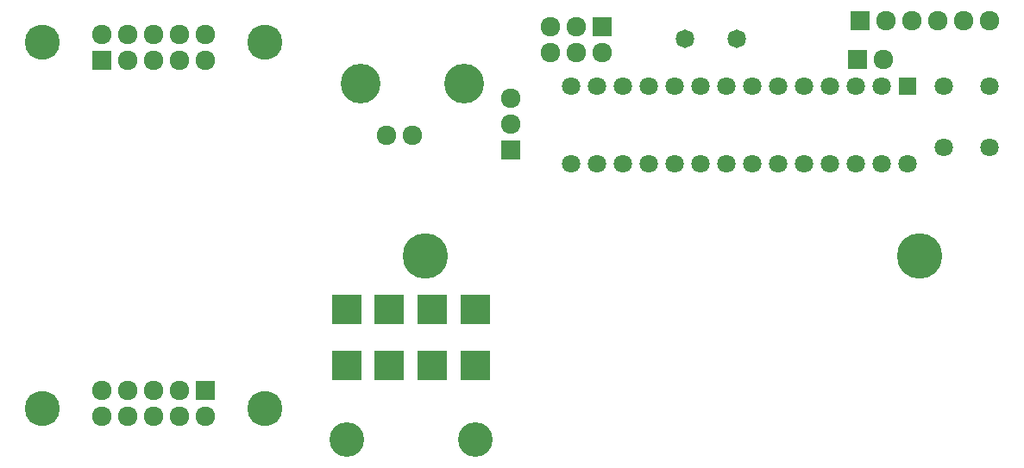
<source format=gbs>
G04 (created by PCBNEW (2013-07-07 BZR 4022)-stable) date 26/08/2013 6:07:25 PM*
%MOIN*%
G04 Gerber Fmt 3.4, Leading zero omitted, Abs format*
%FSLAX34Y34*%
G01*
G70*
G90*
G04 APERTURE LIST*
%ADD10C,0.00590551*%
%ADD11C,0.135748*%
%ADD12R,0.075748X0.075748*%
%ADD13C,0.075748*%
%ADD14C,0.175748*%
%ADD15C,0.133858*%
%ADD16R,0.115748X0.115748*%
%ADD17C,0.153548*%
%ADD18C,0.070748*%
%ADD19R,0.070748X0.070748*%
%ADD20C,0.071748*%
G04 APERTURE END LIST*
G54D10*
G54D11*
X11600Y-25950D03*
X20200Y-25950D03*
G54D12*
X17900Y-25250D03*
G54D13*
X17900Y-26250D03*
X16900Y-25250D03*
X16900Y-26250D03*
X15900Y-25250D03*
X15900Y-26250D03*
X14900Y-25250D03*
X14900Y-26250D03*
X13900Y-25250D03*
X13900Y-26250D03*
G54D14*
X45525Y-20075D03*
X26400Y-20075D03*
G54D15*
X23370Y-27166D03*
G54D16*
X23370Y-22128D03*
X25024Y-22128D03*
X26676Y-22128D03*
X28330Y-22128D03*
X23370Y-24292D03*
X25024Y-24292D03*
X26676Y-24292D03*
X28330Y-24292D03*
G54D15*
X28330Y-27166D03*
G54D11*
X20200Y-11800D03*
X11600Y-11800D03*
G54D12*
X13900Y-12500D03*
G54D13*
X13900Y-11500D03*
X14900Y-12500D03*
X14900Y-11500D03*
X15900Y-12500D03*
X15900Y-11500D03*
X16900Y-12500D03*
X16900Y-11500D03*
X17900Y-12500D03*
X17900Y-11500D03*
G54D17*
X27900Y-13400D03*
X23900Y-13400D03*
G54D13*
X24900Y-15400D03*
X25900Y-15400D03*
G54D18*
X48226Y-15851D03*
X46454Y-15851D03*
X48226Y-13489D03*
X46454Y-13489D03*
G54D12*
X33230Y-11200D03*
G54D13*
X33230Y-12200D03*
X32230Y-11200D03*
X32230Y-12200D03*
X31230Y-11200D03*
X31230Y-12200D03*
G54D12*
X43220Y-10980D03*
G54D13*
X44220Y-10980D03*
X45220Y-10980D03*
X46220Y-10980D03*
X47220Y-10980D03*
X48220Y-10980D03*
G54D18*
X44040Y-13500D03*
X43040Y-13500D03*
X42040Y-13500D03*
X41040Y-13500D03*
X40040Y-13500D03*
X39040Y-13500D03*
X38040Y-13500D03*
X37040Y-13500D03*
X36040Y-13500D03*
X35040Y-13500D03*
X34040Y-13500D03*
X33040Y-13500D03*
X32040Y-13500D03*
G54D19*
X45040Y-13500D03*
G54D18*
X32040Y-16500D03*
X33040Y-16500D03*
X34040Y-16500D03*
X35040Y-16500D03*
X36040Y-16500D03*
X37040Y-16500D03*
X38040Y-16500D03*
X39040Y-16500D03*
X40040Y-16500D03*
X41040Y-16500D03*
X42040Y-16500D03*
X43040Y-16500D03*
X44040Y-16500D03*
X45040Y-16500D03*
G54D12*
X29725Y-15950D03*
G54D13*
X29725Y-14950D03*
X29725Y-13950D03*
G54D20*
X36430Y-11660D03*
X38430Y-11660D03*
G54D12*
X43110Y-12480D03*
G54D13*
X44110Y-12480D03*
M02*

</source>
